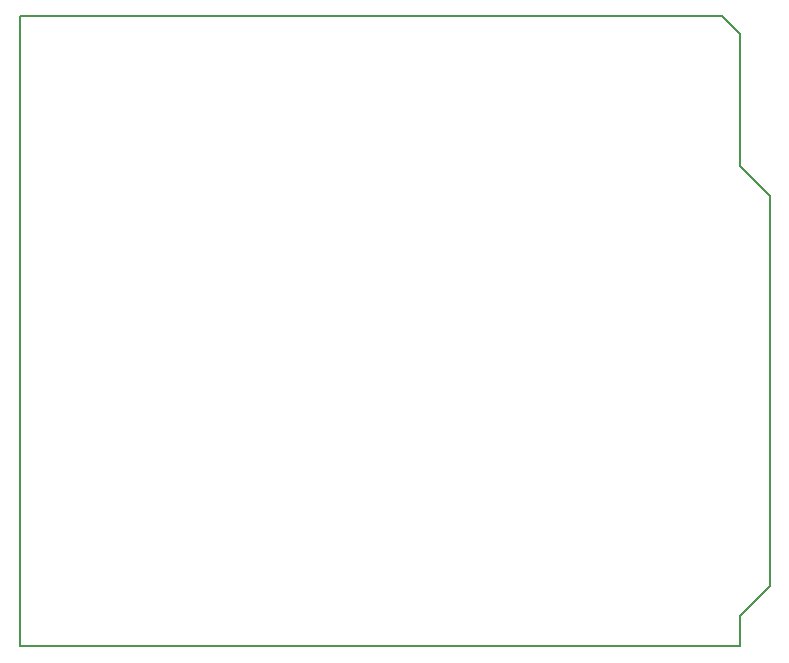
<source format=gm1>
G04 #@! TF.GenerationSoftware,KiCad,Pcbnew,7.99.0-3924-g53fd1aaf5e*
G04 #@! TF.CreationDate,2023-12-12T19:58:36+01:00*
G04 #@! TF.ProjectId,xDuinoRailShield,78447569-6e6f-4526-9169-6c536869656c,rev?*
G04 #@! TF.SameCoordinates,Original*
G04 #@! TF.FileFunction,Profile,NP*
%FSLAX46Y46*%
G04 Gerber Fmt 4.6, Leading zero omitted, Abs format (unit mm)*
G04 Created by KiCad (PCBNEW 7.99.0-3924-g53fd1aaf5e) date 2023-12-12 19:58:36*
%MOMM*%
%LPD*%
G01*
G04 APERTURE LIST*
G04 #@! TA.AperFunction,Profile*
%ADD10C,0.150000*%
G04 #@! TD*
G04 APERTURE END LIST*
D10*
X163503242Y-43117028D02*
X161961810Y-41575596D01*
X166040000Y-89840000D02*
X166040000Y-56820000D01*
X161961810Y-41575596D02*
X102540000Y-41580000D01*
X163500000Y-92380000D02*
X166040000Y-89840000D01*
X163500000Y-54280000D02*
X163503242Y-43117028D01*
X102540000Y-41580000D02*
X102540000Y-94920000D01*
X163500000Y-94920000D02*
X163500000Y-92380000D01*
X166040000Y-56820000D02*
X163500000Y-54280000D01*
X102540000Y-94920000D02*
X163500000Y-94920000D01*
M02*

</source>
